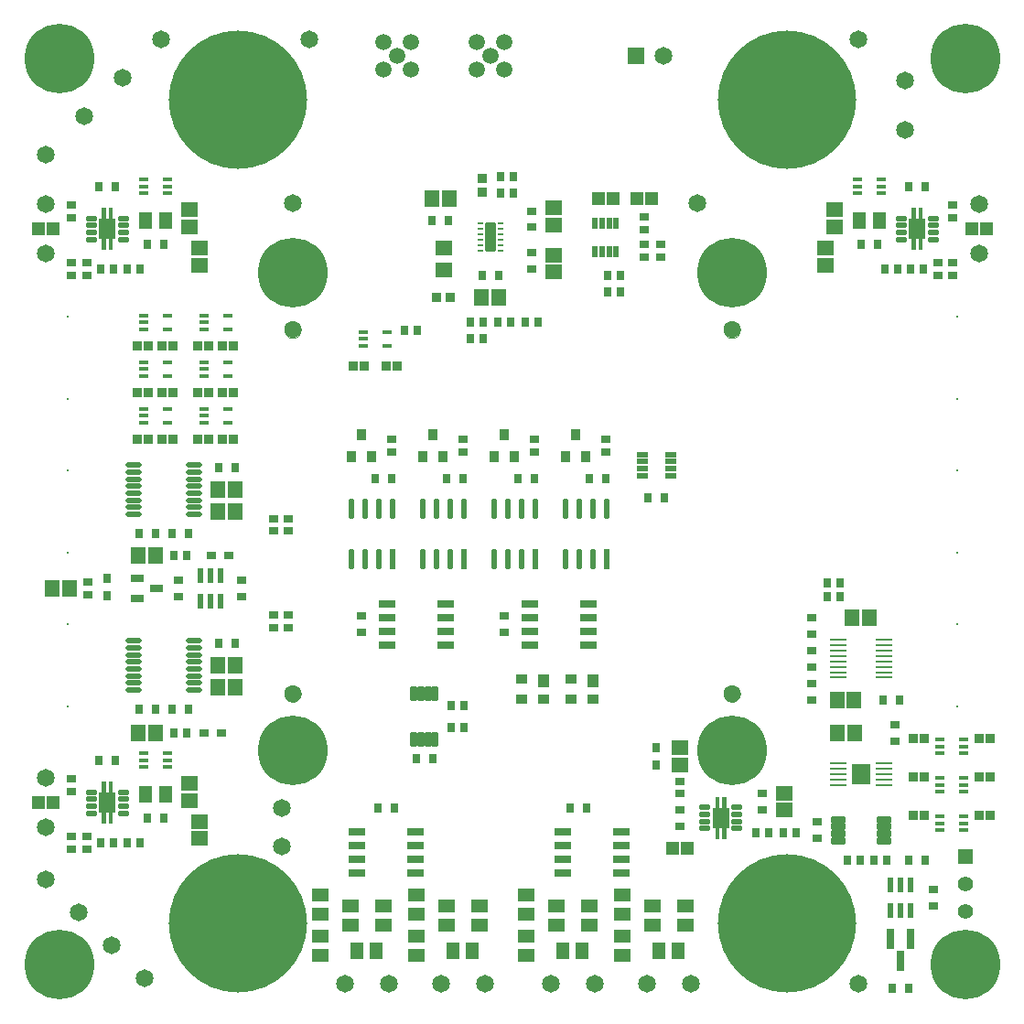
<source format=gbs>
G04*
G04 #@! TF.GenerationSoftware,Altium Limited,Altium Designer,21.6.4 (81)*
G04*
G04 Layer_Color=16711935*
%FSLAX25Y25*%
%MOIN*%
G70*
G04*
G04 #@! TF.SameCoordinates,FB766961-2115-4812-9BC3-E0D6EEC5A3F0*
G04*
G04*
G04 #@! TF.FilePolarity,Negative*
G04*
G01*
G75*
%ADD21R,0.03150X0.03543*%
%ADD22R,0.03543X0.03150*%
%ADD27R,0.02756X0.03740*%
G04:AMPARAMS|DCode=29|XSize=41.34mil|YSize=17.72mil|CornerRadius=1.95mil|HoleSize=0mil|Usage=FLASHONLY|Rotation=90.000|XOffset=0mil|YOffset=0mil|HoleType=Round|Shape=RoundedRectangle|*
%AMROUNDEDRECTD29*
21,1,0.04134,0.01382,0,0,90.0*
21,1,0.03744,0.01772,0,0,90.0*
1,1,0.00390,0.00691,0.01872*
1,1,0.00390,0.00691,-0.01872*
1,1,0.00390,-0.00691,-0.01872*
1,1,0.00390,-0.00691,0.01872*
%
%ADD29ROUNDEDRECTD29*%
%ADD35C,0.00000*%
%ADD40R,0.05512X0.06102*%
%ADD41R,0.03150X0.03740*%
%ADD42R,0.03740X0.03150*%
%ADD44R,0.05469X0.05469*%
%ADD45C,0.05469*%
%ADD46C,0.00787*%
%ADD47C,0.06312*%
%ADD48C,0.06496*%
%ADD49C,0.50394*%
%ADD50C,0.25394*%
%ADD51C,0.05894*%
%ADD52R,0.06496X0.06496*%
%ADD53C,0.01968*%
%ADD70R,0.02134X0.07378*%
G04:AMPARAMS|DCode=71|XSize=73.78mil|YSize=21.34mil|CornerRadius=10.67mil|HoleSize=0mil|Usage=FLASHONLY|Rotation=90.000|XOffset=0mil|YOffset=0mil|HoleType=Round|Shape=RoundedRectangle|*
%AMROUNDEDRECTD71*
21,1,0.07378,0.00000,0,0,90.0*
21,1,0.05244,0.02134,0,0,90.0*
1,1,0.02134,0.00000,0.02622*
1,1,0.02134,0.00000,-0.02622*
1,1,0.02134,0.00000,-0.02622*
1,1,0.02134,0.00000,0.02622*
%
%ADD71ROUNDEDRECTD71*%
%ADD75R,0.06065X0.00994*%
G04:AMPARAMS|DCode=76|XSize=60.65mil|YSize=9.94mil|CornerRadius=4.97mil|HoleSize=0mil|Usage=FLASHONLY|Rotation=0.000|XOffset=0mil|YOffset=0mil|HoleType=Round|Shape=RoundedRectangle|*
%AMROUNDEDRECTD76*
21,1,0.06065,0.00000,0,0,0.0*
21,1,0.05071,0.00994,0,0,0.0*
1,1,0.00994,0.02535,0.00000*
1,1,0.00994,-0.02535,0.00000*
1,1,0.00994,-0.02535,0.00000*
1,1,0.00994,0.02535,0.00000*
%
%ADD76ROUNDEDRECTD76*%
%ADD77R,0.03740X0.02756*%
%ADD80R,0.03543X0.01575*%
%ADD83R,0.02205X0.05236*%
G04:AMPARAMS|DCode=85|XSize=41.34mil|YSize=17.72mil|CornerRadius=1.95mil|HoleSize=0mil|Usage=FLASHONLY|Rotation=0.000|XOffset=0mil|YOffset=0mil|HoleType=Round|Shape=RoundedRectangle|*
%AMROUNDEDRECTD85*
21,1,0.04134,0.01382,0,0,0.0*
21,1,0.03744,0.01772,0,0,0.0*
1,1,0.00390,0.01872,-0.00691*
1,1,0.00390,-0.01872,-0.00691*
1,1,0.00390,-0.01872,0.00691*
1,1,0.00390,0.01872,0.00691*
%
%ADD85ROUNDEDRECTD85*%
%ADD86R,0.06614X0.07402*%
G04:AMPARAMS|DCode=87|XSize=19.68mil|YSize=9.84mil|CornerRadius=1.97mil|HoleSize=0mil|Usage=FLASHONLY|Rotation=180.000|XOffset=0mil|YOffset=0mil|HoleType=Round|Shape=RoundedRectangle|*
%AMROUNDEDRECTD87*
21,1,0.01968,0.00591,0,0,180.0*
21,1,0.01575,0.00984,0,0,180.0*
1,1,0.00394,-0.00787,0.00295*
1,1,0.00394,0.00787,0.00295*
1,1,0.00394,0.00787,-0.00295*
1,1,0.00394,-0.00787,-0.00295*
%
%ADD87ROUNDEDRECTD87*%
G04:AMPARAMS|DCode=88|XSize=39.37mil|YSize=104.33mil|CornerRadius=1.97mil|HoleSize=0mil|Usage=FLASHONLY|Rotation=180.000|XOffset=0mil|YOffset=0mil|HoleType=Round|Shape=RoundedRectangle|*
%AMROUNDEDRECTD88*
21,1,0.03937,0.10039,0,0,180.0*
21,1,0.03543,0.10433,0,0,180.0*
1,1,0.00394,-0.01772,0.05020*
1,1,0.00394,0.01772,0.05020*
1,1,0.00394,0.01772,-0.05020*
1,1,0.00394,-0.01772,-0.05020*
%
%ADD88ROUNDEDRECTD88*%
G04:AMPARAMS|DCode=98|XSize=61.02mil|YSize=23.62mil|CornerRadius=2.01mil|HoleSize=0mil|Usage=FLASHONLY|Rotation=180.000|XOffset=0mil|YOffset=0mil|HoleType=Round|Shape=RoundedRectangle|*
%AMROUNDEDRECTD98*
21,1,0.06102,0.01961,0,0,180.0*
21,1,0.05701,0.02362,0,0,180.0*
1,1,0.00402,-0.02850,0.00980*
1,1,0.00402,0.02850,0.00980*
1,1,0.00402,0.02850,-0.00980*
1,1,0.00402,-0.02850,-0.00980*
%
%ADD98ROUNDEDRECTD98*%
%ADD100R,0.03150X0.03543*%
%ADD101R,0.06102X0.05512*%
G04:AMPARAMS|DCode=102|XSize=26.72mil|YSize=54.28mil|CornerRadius=6.45mil|HoleSize=0mil|Usage=FLASHONLY|Rotation=180.000|XOffset=0mil|YOffset=0mil|HoleType=Round|Shape=RoundedRectangle|*
%AMROUNDEDRECTD102*
21,1,0.02672,0.04138,0,0,180.0*
21,1,0.01382,0.05428,0,0,180.0*
1,1,0.01290,-0.00691,0.02069*
1,1,0.01290,0.00691,0.02069*
1,1,0.01290,0.00691,-0.02069*
1,1,0.01290,-0.00691,-0.02069*
%
%ADD102ROUNDEDRECTD102*%
%ADD103R,0.03937X0.03543*%
%ADD104R,0.03937X0.05118*%
%ADD105R,0.03347X0.03740*%
%ADD106R,0.05118X0.02756*%
%ADD107R,0.03386X0.03228*%
%ADD108R,0.02756X0.07480*%
G04:AMPARAMS|DCode=109|XSize=26.72mil|YSize=54.28mil|CornerRadius=6.45mil|HoleSize=0mil|Usage=FLASHONLY|Rotation=90.000|XOffset=0mil|YOffset=0mil|HoleType=Round|Shape=RoundedRectangle|*
%AMROUNDEDRECTD109*
21,1,0.02672,0.04138,0,0,90.0*
21,1,0.01382,0.05428,0,0,90.0*
1,1,0.01290,0.02069,0.00691*
1,1,0.01290,0.02069,-0.00691*
1,1,0.01290,-0.02069,-0.00691*
1,1,0.01290,-0.02069,0.00691*
%
%ADD109ROUNDEDRECTD109*%
%ADD110R,0.03740X0.03347*%
%ADD111R,0.06496X0.05709*%
%ADD112R,0.04528X0.04528*%
%ADD113R,0.03543X0.03150*%
G04:AMPARAMS|DCode=114|XSize=17.72mil|YSize=37.4mil|CornerRadius=3.97mil|HoleSize=0mil|Usage=FLASHONLY|Rotation=90.000|XOffset=0mil|YOffset=0mil|HoleType=Round|Shape=RoundedRectangle|*
%AMROUNDEDRECTD114*
21,1,0.01772,0.02947,0,0,90.0*
21,1,0.00978,0.03740,0,0,90.0*
1,1,0.00793,0.01473,0.00489*
1,1,0.00793,0.01473,-0.00489*
1,1,0.00793,-0.01473,-0.00489*
1,1,0.00793,-0.01473,0.00489*
%
%ADD114ROUNDEDRECTD114*%
G04:AMPARAMS|DCode=115|XSize=72.84mil|YSize=62.99mil|CornerRadius=4.04mil|HoleSize=0mil|Usage=FLASHONLY|Rotation=90.000|XOffset=0mil|YOffset=0mil|HoleType=Round|Shape=RoundedRectangle|*
%AMROUNDEDRECTD115*
21,1,0.07284,0.05492,0,0,90.0*
21,1,0.06476,0.06299,0,0,90.0*
1,1,0.00807,0.02746,0.03238*
1,1,0.00807,0.02746,-0.03238*
1,1,0.00807,-0.02746,-0.03238*
1,1,0.00807,-0.02746,0.03238*
%
%ADD115ROUNDEDRECTD115*%
%ADD116R,0.04528X0.06102*%
%ADD117R,0.05906X0.04724*%
%ADD118R,0.04724X0.05906*%
%ADD119O,0.05906X0.01772*%
%ADD120R,0.03543X0.03937*%
G36*
X134369Y170749D02*
X134406Y170738D01*
X134441Y170720D01*
X134471Y170695D01*
X134495Y170665D01*
X134513Y170631D01*
X134525Y170594D01*
X134529Y170555D01*
Y166520D01*
X134525Y166481D01*
X134513Y166444D01*
X134495Y166410D01*
X134471Y166380D01*
X134441Y166355D01*
X134406Y166337D01*
X134369Y166326D01*
X134331Y166322D01*
X133228D01*
X133190Y166326D01*
X133153Y166337D01*
X133118Y166355D01*
X133089Y166380D01*
X133064Y166410D01*
X133046Y166444D01*
X133034Y166481D01*
X133030Y166520D01*
Y170555D01*
X133034Y170594D01*
X133046Y170631D01*
X133064Y170665D01*
X133089Y170695D01*
X133118Y170720D01*
X133153Y170738D01*
X133190Y170749D01*
X133228Y170753D01*
X134331D01*
X134369Y170749D01*
D02*
G37*
G36*
X131810D02*
X131847Y170738D01*
X131881Y170720D01*
X131912Y170695D01*
X131936Y170665D01*
X131954Y170631D01*
X131966Y170594D01*
X131969Y170555D01*
Y166520D01*
X131966Y166481D01*
X131954Y166444D01*
X131936Y166410D01*
X131912Y166380D01*
X131881Y166355D01*
X131847Y166337D01*
X131810Y166326D01*
X131772Y166322D01*
X130669D01*
X130631Y166326D01*
X130594Y166337D01*
X130559Y166355D01*
X130529Y166380D01*
X130505Y166410D01*
X130487Y166444D01*
X130475Y166481D01*
X130472Y166520D01*
Y170555D01*
X130475Y170594D01*
X130487Y170631D01*
X130505Y170665D01*
X130529Y170695D01*
X130559Y170720D01*
X130594Y170738D01*
X130631Y170749D01*
X130669Y170753D01*
X131772D01*
X131810Y170749D01*
D02*
G37*
G36*
Y181674D02*
X131847Y181663D01*
X131881Y181645D01*
X131912Y181620D01*
X131936Y181590D01*
X131954Y181556D01*
X131966Y181519D01*
X131969Y181480D01*
Y177445D01*
X131966Y177406D01*
X131954Y177369D01*
X131936Y177335D01*
X131912Y177305D01*
X131881Y177280D01*
X131847Y177262D01*
X131810Y177251D01*
X131772Y177247D01*
X130669D01*
X130631Y177251D01*
X130594Y177262D01*
X130559Y177280D01*
X130529Y177305D01*
X130505Y177335D01*
X130487Y177369D01*
X130475Y177406D01*
X130472Y177445D01*
Y181480D01*
X130475Y181519D01*
X130487Y181556D01*
X130505Y181590D01*
X130529Y181620D01*
X130559Y181645D01*
X130594Y181663D01*
X130631Y181674D01*
X130669Y181678D01*
X131772D01*
X131810Y181674D01*
D02*
G37*
G36*
X134369D02*
X134406Y181663D01*
X134441Y181645D01*
X134471Y181620D01*
X134495Y181590D01*
X134513Y181556D01*
X134525Y181519D01*
X134529Y181480D01*
Y177445D01*
X134525Y177406D01*
X134513Y177369D01*
X134495Y177335D01*
X134471Y177305D01*
X134441Y177280D01*
X134406Y177262D01*
X134369Y177251D01*
X134331Y177247D01*
X133228D01*
X133190Y177251D01*
X133153Y177262D01*
X133118Y177280D01*
X133089Y177305D01*
X133064Y177335D01*
X133046Y177369D01*
X133034Y177406D01*
X133030Y177445D01*
Y181480D01*
X133034Y181519D01*
X133046Y181556D01*
X133064Y181590D01*
X133089Y181620D01*
X133118Y181645D01*
X133153Y181663D01*
X133190Y181674D01*
X133228Y181678D01*
X134331D01*
X134369Y181674D01*
D02*
G37*
G36*
X131810Y379749D02*
X131847Y379738D01*
X131881Y379720D01*
X131912Y379695D01*
X131936Y379665D01*
X131954Y379631D01*
X131966Y379594D01*
X131969Y379555D01*
Y375520D01*
X131966Y375481D01*
X131954Y375444D01*
X131936Y375410D01*
X131912Y375380D01*
X131881Y375355D01*
X131847Y375337D01*
X131810Y375326D01*
X131772Y375322D01*
X130669D01*
X130631Y375326D01*
X130594Y375337D01*
X130559Y375355D01*
X130529Y375380D01*
X130505Y375410D01*
X130487Y375444D01*
X130475Y375481D01*
X130472Y375520D01*
Y379555D01*
X130475Y379594D01*
X130487Y379631D01*
X130505Y379665D01*
X130529Y379695D01*
X130559Y379720D01*
X130594Y379738D01*
X130631Y379749D01*
X130669Y379753D01*
X131772D01*
X131810Y379749D01*
D02*
G37*
G36*
X134369D02*
X134406Y379738D01*
X134441Y379720D01*
X134471Y379695D01*
X134495Y379665D01*
X134513Y379631D01*
X134525Y379594D01*
X134529Y379555D01*
Y375520D01*
X134525Y375481D01*
X134513Y375444D01*
X134495Y375410D01*
X134471Y375380D01*
X134441Y375355D01*
X134406Y375337D01*
X134369Y375326D01*
X134331Y375322D01*
X133228D01*
X133190Y375326D01*
X133153Y375337D01*
X133118Y375355D01*
X133089Y375380D01*
X133064Y375410D01*
X133046Y375444D01*
X133034Y375481D01*
X133030Y375520D01*
Y379555D01*
X133034Y379594D01*
X133046Y379631D01*
X133064Y379665D01*
X133089Y379695D01*
X133118Y379720D01*
X133153Y379738D01*
X133190Y379749D01*
X133228Y379753D01*
X134331D01*
X134369Y379749D01*
D02*
G37*
G36*
X131810Y390674D02*
X131847Y390663D01*
X131881Y390645D01*
X131912Y390620D01*
X131936Y390590D01*
X131954Y390556D01*
X131966Y390519D01*
X131969Y390480D01*
Y386445D01*
X131966Y386406D01*
X131954Y386369D01*
X131936Y386335D01*
X131912Y386305D01*
X131881Y386280D01*
X131847Y386262D01*
X131810Y386251D01*
X131772Y386247D01*
X130669D01*
X130631Y386251D01*
X130594Y386262D01*
X130559Y386280D01*
X130529Y386305D01*
X130505Y386335D01*
X130487Y386369D01*
X130475Y386406D01*
X130472Y386445D01*
Y390480D01*
X130475Y390519D01*
X130487Y390556D01*
X130505Y390590D01*
X130529Y390620D01*
X130559Y390645D01*
X130594Y390663D01*
X130631Y390674D01*
X130669Y390678D01*
X131772D01*
X131810Y390674D01*
D02*
G37*
G36*
X134369D02*
X134406Y390663D01*
X134441Y390645D01*
X134471Y390620D01*
X134495Y390590D01*
X134513Y390556D01*
X134525Y390519D01*
X134529Y390480D01*
Y386445D01*
X134525Y386406D01*
X134513Y386369D01*
X134495Y386335D01*
X134471Y386305D01*
X134441Y386280D01*
X134406Y386262D01*
X134369Y386251D01*
X134331Y386247D01*
X133228D01*
X133190Y386251D01*
X133153Y386262D01*
X133118Y386280D01*
X133089Y386305D01*
X133064Y386335D01*
X133046Y386369D01*
X133034Y386406D01*
X133030Y386445D01*
Y390480D01*
X133034Y390519D01*
X133046Y390556D01*
X133064Y390590D01*
X133089Y390620D01*
X133118Y390645D01*
X133153Y390663D01*
X133190Y390674D01*
X133228Y390678D01*
X134331D01*
X134369Y390674D01*
D02*
G37*
G36*
X355310Y165249D02*
X355347Y165238D01*
X355381Y165220D01*
X355412Y165195D01*
X355436Y165165D01*
X355454Y165131D01*
X355466Y165094D01*
X355469Y165055D01*
Y161020D01*
X355466Y160981D01*
X355454Y160944D01*
X355436Y160910D01*
X355412Y160880D01*
X355381Y160855D01*
X355347Y160837D01*
X355310Y160826D01*
X355272Y160822D01*
X354169D01*
X354131Y160826D01*
X354094Y160837D01*
X354059Y160855D01*
X354029Y160880D01*
X354005Y160910D01*
X353987Y160944D01*
X353975Y160981D01*
X353972Y161020D01*
Y165055D01*
X353975Y165094D01*
X353987Y165131D01*
X354005Y165165D01*
X354029Y165195D01*
X354059Y165220D01*
X354094Y165238D01*
X354131Y165249D01*
X354169Y165253D01*
X355272D01*
X355310Y165249D01*
D02*
G37*
G36*
X357869D02*
X357906Y165238D01*
X357941Y165220D01*
X357971Y165195D01*
X357995Y165165D01*
X358014Y165131D01*
X358025Y165094D01*
X358029Y165055D01*
Y161020D01*
X358025Y160981D01*
X358014Y160944D01*
X357995Y160910D01*
X357971Y160880D01*
X357941Y160855D01*
X357906Y160837D01*
X357869Y160826D01*
X357831Y160822D01*
X356728D01*
X356690Y160826D01*
X356653Y160837D01*
X356618Y160855D01*
X356589Y160880D01*
X356564Y160910D01*
X356546Y160944D01*
X356534Y160981D01*
X356530Y161020D01*
Y165055D01*
X356534Y165094D01*
X356546Y165131D01*
X356564Y165165D01*
X356589Y165195D01*
X356618Y165220D01*
X356653Y165238D01*
X356690Y165249D01*
X356728Y165253D01*
X357831D01*
X357869Y165249D01*
D02*
G37*
G36*
Y176174D02*
X357906Y176163D01*
X357941Y176145D01*
X357971Y176120D01*
X357995Y176090D01*
X358014Y176056D01*
X358025Y176019D01*
X358029Y175980D01*
Y171945D01*
X358025Y171906D01*
X358014Y171869D01*
X357995Y171835D01*
X357971Y171805D01*
X357941Y171780D01*
X357906Y171762D01*
X357869Y171751D01*
X357831Y171747D01*
X356728D01*
X356690Y171751D01*
X356653Y171762D01*
X356618Y171780D01*
X356589Y171805D01*
X356564Y171835D01*
X356546Y171869D01*
X356534Y171906D01*
X356530Y171945D01*
Y175980D01*
X356534Y176019D01*
X356546Y176056D01*
X356564Y176090D01*
X356589Y176120D01*
X356618Y176145D01*
X356653Y176163D01*
X356690Y176174D01*
X356728Y176178D01*
X357831D01*
X357869Y176174D01*
D02*
G37*
G36*
X355310D02*
X355347Y176163D01*
X355381Y176145D01*
X355412Y176120D01*
X355436Y176090D01*
X355454Y176056D01*
X355466Y176019D01*
X355469Y175980D01*
Y171945D01*
X355466Y171906D01*
X355454Y171869D01*
X355436Y171835D01*
X355412Y171805D01*
X355381Y171780D01*
X355347Y171762D01*
X355310Y171751D01*
X355272Y171747D01*
X354169D01*
X354131Y171751D01*
X354094Y171762D01*
X354059Y171780D01*
X354029Y171805D01*
X354005Y171835D01*
X353987Y171869D01*
X353975Y171906D01*
X353972Y171945D01*
Y175980D01*
X353975Y176019D01*
X353987Y176056D01*
X354005Y176090D01*
X354029Y176120D01*
X354059Y176145D01*
X354094Y176163D01*
X354131Y176174D01*
X354169Y176178D01*
X355272D01*
X355310Y176174D01*
D02*
G37*
G36*
X429369Y379749D02*
X429406Y379738D01*
X429441Y379720D01*
X429471Y379695D01*
X429495Y379665D01*
X429514Y379631D01*
X429525Y379594D01*
X429529Y379555D01*
Y375520D01*
X429525Y375481D01*
X429514Y375444D01*
X429495Y375410D01*
X429471Y375380D01*
X429441Y375355D01*
X429406Y375337D01*
X429369Y375326D01*
X429331Y375322D01*
X428228D01*
X428190Y375326D01*
X428153Y375337D01*
X428119Y375355D01*
X428089Y375380D01*
X428064Y375410D01*
X428046Y375444D01*
X428034Y375481D01*
X428031Y375520D01*
Y379555D01*
X428034Y379594D01*
X428046Y379631D01*
X428064Y379665D01*
X428089Y379695D01*
X428119Y379720D01*
X428153Y379738D01*
X428190Y379749D01*
X428228Y379753D01*
X429331D01*
X429369Y379749D01*
D02*
G37*
G36*
X426810D02*
X426847Y379738D01*
X426882Y379720D01*
X426911Y379695D01*
X426936Y379665D01*
X426954Y379631D01*
X426966Y379594D01*
X426969Y379555D01*
Y375520D01*
X426966Y375481D01*
X426954Y375444D01*
X426936Y375410D01*
X426911Y375380D01*
X426882Y375355D01*
X426847Y375337D01*
X426810Y375326D01*
X426772Y375322D01*
X425669D01*
X425631Y375326D01*
X425594Y375337D01*
X425559Y375355D01*
X425529Y375380D01*
X425505Y375410D01*
X425487Y375444D01*
X425475Y375481D01*
X425471Y375520D01*
Y379555D01*
X425475Y379594D01*
X425487Y379631D01*
X425505Y379665D01*
X425529Y379695D01*
X425559Y379720D01*
X425594Y379738D01*
X425631Y379749D01*
X425669Y379753D01*
X426772D01*
X426810Y379749D01*
D02*
G37*
G36*
X429369Y390674D02*
X429406Y390663D01*
X429441Y390645D01*
X429471Y390620D01*
X429495Y390590D01*
X429514Y390556D01*
X429525Y390519D01*
X429529Y390480D01*
Y386445D01*
X429525Y386406D01*
X429514Y386369D01*
X429495Y386335D01*
X429471Y386305D01*
X429441Y386280D01*
X429406Y386262D01*
X429369Y386251D01*
X429331Y386247D01*
X428228D01*
X428190Y386251D01*
X428153Y386262D01*
X428119Y386280D01*
X428089Y386305D01*
X428064Y386335D01*
X428046Y386369D01*
X428034Y386406D01*
X428031Y386445D01*
Y390480D01*
X428034Y390519D01*
X428046Y390556D01*
X428064Y390590D01*
X428089Y390620D01*
X428119Y390645D01*
X428153Y390663D01*
X428190Y390674D01*
X428228Y390678D01*
X429331D01*
X429369Y390674D01*
D02*
G37*
G36*
X426810D02*
X426847Y390663D01*
X426882Y390645D01*
X426911Y390620D01*
X426936Y390590D01*
X426954Y390556D01*
X426966Y390519D01*
X426969Y390480D01*
Y386445D01*
X426966Y386406D01*
X426954Y386369D01*
X426936Y386335D01*
X426911Y386305D01*
X426882Y386280D01*
X426847Y386262D01*
X426810Y386251D01*
X426772Y386247D01*
X425669D01*
X425631Y386251D01*
X425594Y386262D01*
X425559Y386280D01*
X425529Y386305D01*
X425505Y386335D01*
X425487Y386369D01*
X425475Y386406D01*
X425471Y386445D01*
Y390480D01*
X425475Y390519D01*
X425487Y390556D01*
X425505Y390590D01*
X425529Y390620D01*
X425559Y390645D01*
X425594Y390663D01*
X425631Y390674D01*
X425669Y390678D01*
X426772D01*
X426810Y390674D01*
D02*
G37*
D21*
X301047Y172000D02*
D03*
X306953D02*
D03*
X245047Y190000D02*
D03*
X250953D02*
D03*
X420953Y211500D02*
D03*
X415047D02*
D03*
X424453Y106500D02*
D03*
X418547D02*
D03*
X430453Y153000D02*
D03*
X424547D02*
D03*
X329547Y285000D02*
D03*
X335453D02*
D03*
X256753Y386000D02*
D03*
X250847D02*
D03*
X274953Y366000D02*
D03*
X269047D02*
D03*
X147047Y377500D02*
D03*
X152953D02*
D03*
X135453Y398500D02*
D03*
X129547D02*
D03*
X236953Y172000D02*
D03*
X231047D02*
D03*
X144047Y272000D02*
D03*
X149953D02*
D03*
X178953Y296000D02*
D03*
X173047D02*
D03*
X161953Y272000D02*
D03*
X156047D02*
D03*
X230047Y292000D02*
D03*
X235953D02*
D03*
X256047D02*
D03*
X261953D02*
D03*
X308047D02*
D03*
X313953D02*
D03*
X282047D02*
D03*
X287953D02*
D03*
X161953Y208000D02*
D03*
X156047D02*
D03*
X178953Y232000D02*
D03*
X173047D02*
D03*
X144047Y208000D02*
D03*
X149953D02*
D03*
X430453Y398500D02*
D03*
X424547D02*
D03*
X407047Y377500D02*
D03*
X412953D02*
D03*
X152953Y168500D02*
D03*
X147047D02*
D03*
X129547Y189500D02*
D03*
X135453D02*
D03*
D22*
X389000Y217453D02*
D03*
Y211547D02*
D03*
Y229453D02*
D03*
Y223547D02*
D03*
Y241453D02*
D03*
Y235547D02*
D03*
X158500Y249047D02*
D03*
Y254953D02*
D03*
X371000Y177358D02*
D03*
Y171453D02*
D03*
X433500Y142453D02*
D03*
Y136547D02*
D03*
X391000Y167000D02*
D03*
Y161094D02*
D03*
X419500Y202453D02*
D03*
Y196547D02*
D03*
X287000Y383638D02*
D03*
Y389543D02*
D03*
Y374362D02*
D03*
Y368457D02*
D03*
X181500Y249047D02*
D03*
Y254953D02*
D03*
X225000Y236047D02*
D03*
Y241953D02*
D03*
X277000D02*
D03*
Y236047D02*
D03*
X341000Y171453D02*
D03*
Y165547D02*
D03*
D27*
X132500Y249252D02*
D03*
Y255748D02*
D03*
X332500Y194248D02*
D03*
Y187752D02*
D03*
D29*
X317839Y374882D02*
D03*
X315280D02*
D03*
X312720D02*
D03*
X310161D02*
D03*
Y385118D02*
D03*
X312720D02*
D03*
X315280D02*
D03*
X317839D02*
D03*
D35*
X362957Y213748D02*
X362797Y214708D01*
X362333Y215564D01*
X361617Y216224D01*
X360726Y216615D01*
X359756Y216695D01*
X358812Y216456D01*
X357997Y215924D01*
X357399Y215155D01*
X357083Y214235D01*
Y213261D01*
X357399Y212341D01*
X357997Y211573D01*
X358812Y211040D01*
X359756Y210801D01*
X360726Y210881D01*
X361617Y211273D01*
X362333Y211932D01*
X362797Y212788D01*
X362957Y213748D01*
Y346252D02*
X362797Y347212D01*
X362333Y348068D01*
X361617Y348727D01*
X360726Y349118D01*
X359756Y349199D01*
X358812Y348960D01*
X357997Y348428D01*
X357399Y347659D01*
X357083Y346739D01*
Y345765D01*
X357399Y344845D01*
X357997Y344076D01*
X358812Y343544D01*
X359756Y343305D01*
X360726Y343386D01*
X361617Y343776D01*
X362333Y344436D01*
X362797Y345292D01*
X362957Y346252D01*
X202957D02*
X202797Y347212D01*
X202333Y348068D01*
X201617Y348727D01*
X200726Y349118D01*
X199756Y349199D01*
X198812Y348960D01*
X197997Y348428D01*
X197399Y347659D01*
X197083Y346739D01*
Y345765D01*
X197399Y344845D01*
X197997Y344076D01*
X198812Y343544D01*
X199756Y343305D01*
X200726Y343386D01*
X201617Y343776D01*
X202333Y344436D01*
X202797Y345292D01*
X202957Y346252D01*
Y213748D02*
X202797Y214708D01*
X202333Y215564D01*
X201617Y216224D01*
X200726Y216615D01*
X199756Y216695D01*
X198812Y216456D01*
X197997Y215924D01*
X197399Y215155D01*
X197083Y214235D01*
Y213261D01*
X197399Y212341D01*
X197997Y211573D01*
X198812Y211040D01*
X199756Y210801D01*
X200726Y210881D01*
X201617Y211273D01*
X202333Y211932D01*
X202797Y212788D01*
X202957Y213748D01*
D40*
X404559Y211500D02*
D03*
X398260D02*
D03*
X403850Y241500D02*
D03*
X410150D02*
D03*
X398350Y199500D02*
D03*
X404650D02*
D03*
X172850Y280000D02*
D03*
X179150D02*
D03*
X256950Y394000D02*
D03*
X250650D02*
D03*
X275150Y358000D02*
D03*
X268850D02*
D03*
X143850Y264000D02*
D03*
X150150D02*
D03*
X143850Y199500D02*
D03*
X150150D02*
D03*
X179150Y288000D02*
D03*
X172850D02*
D03*
X112350Y252000D02*
D03*
X118650D02*
D03*
X179150Y216000D02*
D03*
X172850D02*
D03*
X179150Y224000D02*
D03*
X172850D02*
D03*
D41*
X399264Y249000D02*
D03*
X394736D02*
D03*
X257736Y209500D02*
D03*
X262264D02*
D03*
X257736Y201500D02*
D03*
X262264D02*
D03*
X406764Y153000D02*
D03*
X402236D02*
D03*
X416264D02*
D03*
X411736D02*
D03*
X368736Y163000D02*
D03*
X373264D02*
D03*
X399264Y254000D02*
D03*
X394736D02*
D03*
X425236Y368500D02*
D03*
X429764D02*
D03*
X420264D02*
D03*
X415736D02*
D03*
X130236Y159500D02*
D03*
X134764D02*
D03*
X144264D02*
D03*
X139736D02*
D03*
X144264Y368500D02*
D03*
X139736D02*
D03*
X130236D02*
D03*
X134764D02*
D03*
X240736Y346000D02*
D03*
X245264D02*
D03*
X156736Y199500D02*
D03*
X161264D02*
D03*
X156736Y264000D02*
D03*
X161264D02*
D03*
X383264Y163000D02*
D03*
X378736D02*
D03*
D42*
X341000Y181854D02*
D03*
Y177327D02*
D03*
X125500Y249736D02*
D03*
Y254264D02*
D03*
X334000Y377264D02*
D03*
Y372736D02*
D03*
X328000Y387264D02*
D03*
Y382736D02*
D03*
X435000Y366236D02*
D03*
Y370764D02*
D03*
X440500D02*
D03*
Y366236D02*
D03*
X125000Y161764D02*
D03*
Y157236D02*
D03*
X119500D02*
D03*
Y161764D02*
D03*
Y387236D02*
D03*
Y391764D02*
D03*
Y366236D02*
D03*
Y370764D02*
D03*
X125000D02*
D03*
Y366236D02*
D03*
X198500Y237736D02*
D03*
Y242264D02*
D03*
X193000Y237736D02*
D03*
Y242264D02*
D03*
X198500Y277500D02*
D03*
Y272972D02*
D03*
X193000Y277500D02*
D03*
Y272972D02*
D03*
X236000Y301736D02*
D03*
Y306264D02*
D03*
X262000Y301736D02*
D03*
Y306264D02*
D03*
X314000Y301736D02*
D03*
Y306264D02*
D03*
X288000Y301736D02*
D03*
Y306264D02*
D03*
X440500Y391764D02*
D03*
Y387236D02*
D03*
X119500Y182764D02*
D03*
Y178236D02*
D03*
D44*
X445000Y154500D02*
D03*
D45*
Y144500D02*
D03*
Y134500D02*
D03*
D46*
X441988Y351000D02*
D03*
Y321000D02*
D03*
X118000Y209000D02*
D03*
Y239000D02*
D03*
Y265000D02*
D03*
Y295000D02*
D03*
Y321000D02*
D03*
Y351000D02*
D03*
X442000Y239000D02*
D03*
Y209000D02*
D03*
Y265000D02*
D03*
Y295000D02*
D03*
D47*
X360000Y213748D02*
D03*
Y346252D02*
D03*
X200000D02*
D03*
Y213748D02*
D03*
D48*
X124000Y424000D02*
D03*
X138000Y438000D02*
D03*
X110000Y410000D02*
D03*
X152000Y452000D02*
D03*
X110000Y374000D02*
D03*
Y392000D02*
D03*
X235000Y108000D02*
D03*
X219000D02*
D03*
X270000D02*
D03*
X254000D02*
D03*
X310000D02*
D03*
X294000D02*
D03*
X345000D02*
D03*
X329000D02*
D03*
X196000Y158000D02*
D03*
X110000Y165000D02*
D03*
Y183000D02*
D03*
X347500Y392500D02*
D03*
X200000D02*
D03*
X406000Y452000D02*
D03*
X206000D02*
D03*
X406000Y108000D02*
D03*
X450000Y374000D02*
D03*
Y392000D02*
D03*
X423000Y437000D02*
D03*
Y419000D02*
D03*
X335000Y446000D02*
D03*
X196000Y172000D02*
D03*
X146000Y110000D02*
D03*
X134000Y122000D02*
D03*
X122000Y134000D02*
D03*
X110000Y146000D02*
D03*
D49*
X380000Y130000D02*
D03*
X180000D02*
D03*
Y430000D02*
D03*
X380000D02*
D03*
D50*
X115000Y115000D02*
D03*
X445000D02*
D03*
Y445000D02*
D03*
X115000D02*
D03*
X200000Y193000D02*
D03*
X360000D02*
D03*
Y367000D02*
D03*
X200000D02*
D03*
D51*
X277000Y451000D02*
D03*
Y441000D02*
D03*
X267000D02*
D03*
Y451000D02*
D03*
X272000Y446000D02*
D03*
X243000Y451000D02*
D03*
Y441000D02*
D03*
X233000D02*
D03*
Y451000D02*
D03*
X238000Y446000D02*
D03*
D52*
X325000D02*
D03*
D53*
X272000Y384232D02*
D03*
Y380000D02*
D03*
Y375768D02*
D03*
D70*
X288500Y262882D02*
D03*
X236500D02*
D03*
X262500D02*
D03*
X314500D02*
D03*
D71*
X283500D02*
D03*
X278500D02*
D03*
X273500D02*
D03*
Y281118D02*
D03*
X278500D02*
D03*
X283500D02*
D03*
X288500D02*
D03*
X236500D02*
D03*
X231500D02*
D03*
X226500D02*
D03*
X221500D02*
D03*
Y262882D02*
D03*
X226500D02*
D03*
X231500D02*
D03*
X262500Y281118D02*
D03*
X257500D02*
D03*
X252500D02*
D03*
X247500D02*
D03*
Y262882D02*
D03*
X252500D02*
D03*
X257500D02*
D03*
X314500Y281118D02*
D03*
X309500D02*
D03*
X304500D02*
D03*
X299500D02*
D03*
Y262882D02*
D03*
X304500D02*
D03*
X309500D02*
D03*
D75*
X398693Y219610D02*
D03*
Y180563D02*
D03*
D76*
Y221579D02*
D03*
Y223547D02*
D03*
Y225516D02*
D03*
Y227484D02*
D03*
Y229453D02*
D03*
Y231421D02*
D03*
Y233390D02*
D03*
X415307D02*
D03*
Y231421D02*
D03*
Y229453D02*
D03*
Y227484D02*
D03*
Y225516D02*
D03*
Y223547D02*
D03*
Y221579D02*
D03*
Y219610D02*
D03*
Y180563D02*
D03*
Y182531D02*
D03*
Y184500D02*
D03*
Y186469D02*
D03*
Y188437D02*
D03*
X398693D02*
D03*
Y186469D02*
D03*
Y184500D02*
D03*
Y182531D02*
D03*
D77*
X176748Y264000D02*
D03*
X170252D02*
D03*
X167752Y199500D02*
D03*
X174248D02*
D03*
D80*
X435669Y183091D02*
D03*
Y180532D02*
D03*
Y177972D02*
D03*
X444331D02*
D03*
Y180532D02*
D03*
Y183091D02*
D03*
X435669Y197059D02*
D03*
Y194500D02*
D03*
Y191941D02*
D03*
X444331D02*
D03*
Y194500D02*
D03*
Y197059D02*
D03*
X435669Y169059D02*
D03*
Y166500D02*
D03*
Y163941D02*
D03*
X444331D02*
D03*
Y166500D02*
D03*
Y169059D02*
D03*
X145669Y401059D02*
D03*
Y398500D02*
D03*
Y395941D02*
D03*
X154331D02*
D03*
Y398500D02*
D03*
Y401059D02*
D03*
X234331Y340441D02*
D03*
Y345559D02*
D03*
X225669D02*
D03*
Y343000D02*
D03*
Y340441D02*
D03*
X176331Y346441D02*
D03*
Y351559D02*
D03*
X167669D02*
D03*
Y349000D02*
D03*
Y346441D02*
D03*
X154331Y329441D02*
D03*
Y334559D02*
D03*
X145669D02*
D03*
Y332000D02*
D03*
Y329441D02*
D03*
X154331Y312441D02*
D03*
Y317559D02*
D03*
X145669D02*
D03*
Y315000D02*
D03*
Y312441D02*
D03*
X176331Y329441D02*
D03*
Y334559D02*
D03*
X167669D02*
D03*
Y332000D02*
D03*
Y329441D02*
D03*
X176331Y312441D02*
D03*
Y317559D02*
D03*
X167669D02*
D03*
Y315000D02*
D03*
Y312441D02*
D03*
X154331Y346441D02*
D03*
Y351559D02*
D03*
X145669D02*
D03*
Y349000D02*
D03*
Y346441D02*
D03*
X405669Y401059D02*
D03*
Y398500D02*
D03*
Y395941D02*
D03*
X414331D02*
D03*
Y398500D02*
D03*
Y401059D02*
D03*
X154331Y192059D02*
D03*
Y189500D02*
D03*
Y186941D02*
D03*
X145669D02*
D03*
Y189500D02*
D03*
Y192059D02*
D03*
D83*
X425240Y144224D02*
D03*
X421500D02*
D03*
X417760D02*
D03*
Y134776D02*
D03*
X421500D02*
D03*
X425240D02*
D03*
X173740Y247276D02*
D03*
X170000D02*
D03*
X166260D02*
D03*
Y256724D02*
D03*
X170000D02*
D03*
X173740D02*
D03*
D85*
X327382Y293161D02*
D03*
Y295721D02*
D03*
Y298280D02*
D03*
Y300839D02*
D03*
X337618D02*
D03*
Y298280D02*
D03*
Y295721D02*
D03*
Y293161D02*
D03*
D86*
X407000Y184500D02*
D03*
D87*
X275740Y384921D02*
D03*
Y382953D02*
D03*
Y380984D02*
D03*
Y379016D02*
D03*
Y377047D02*
D03*
Y375079D02*
D03*
X268260D02*
D03*
Y377047D02*
D03*
Y379016D02*
D03*
Y380984D02*
D03*
Y382953D02*
D03*
Y384921D02*
D03*
D88*
X272000Y380000D02*
D03*
D98*
X223370Y163500D02*
D03*
Y158500D02*
D03*
Y153500D02*
D03*
Y148500D02*
D03*
X244630D02*
D03*
Y153500D02*
D03*
Y158500D02*
D03*
Y163500D02*
D03*
X298370D02*
D03*
Y158500D02*
D03*
Y153500D02*
D03*
Y148500D02*
D03*
X319630D02*
D03*
Y153500D02*
D03*
Y158500D02*
D03*
Y163500D02*
D03*
X307630Y246500D02*
D03*
Y241500D02*
D03*
Y236500D02*
D03*
Y231500D02*
D03*
X286370D02*
D03*
Y236500D02*
D03*
Y241500D02*
D03*
Y246500D02*
D03*
X234370D02*
D03*
Y241500D02*
D03*
Y236500D02*
D03*
Y231500D02*
D03*
X255630D02*
D03*
Y236500D02*
D03*
Y241500D02*
D03*
Y246500D02*
D03*
D100*
X264638Y343000D02*
D03*
X269362D02*
D03*
X289362Y349000D02*
D03*
X284638D02*
D03*
X280362Y396000D02*
D03*
X275638D02*
D03*
X275638Y402000D02*
D03*
X280362D02*
D03*
X264638Y349000D02*
D03*
X269362D02*
D03*
X274638D02*
D03*
X279362D02*
D03*
X314638Y360000D02*
D03*
X319362D02*
D03*
X319362Y366000D02*
D03*
X314638D02*
D03*
D101*
X341000Y187850D02*
D03*
Y194150D02*
D03*
X166000Y167240D02*
D03*
Y160941D02*
D03*
X394000Y376150D02*
D03*
Y369850D02*
D03*
X379000Y177555D02*
D03*
Y171256D02*
D03*
X166000Y369760D02*
D03*
Y376059D02*
D03*
X295000Y373559D02*
D03*
Y367260D02*
D03*
Y384441D02*
D03*
Y390740D02*
D03*
X397500Y390150D02*
D03*
Y383850D02*
D03*
X162500Y181150D02*
D03*
Y174850D02*
D03*
Y390150D02*
D03*
Y383850D02*
D03*
D102*
X251839Y197134D02*
D03*
X249279D02*
D03*
X246721D02*
D03*
X244161D02*
D03*
X251839Y213866D02*
D03*
X249279D02*
D03*
X246721D02*
D03*
X244161D02*
D03*
D103*
X283563Y219240D02*
D03*
Y211760D02*
D03*
X291437D02*
D03*
X309437D02*
D03*
X301563D02*
D03*
Y219240D02*
D03*
D104*
X291437Y218453D02*
D03*
X309437D02*
D03*
D105*
X257559Y358000D02*
D03*
X252441D02*
D03*
D106*
X150543Y252000D02*
D03*
X143457Y255740D02*
D03*
Y248260D02*
D03*
D107*
X426071Y197500D02*
D03*
X429929D02*
D03*
X453929Y183563D02*
D03*
X450071D02*
D03*
X426071D02*
D03*
X429929D02*
D03*
X453929Y197500D02*
D03*
X450071D02*
D03*
X426071Y169500D02*
D03*
X429929D02*
D03*
X453929D02*
D03*
X450071D02*
D03*
X222071Y333000D02*
D03*
X225929D02*
D03*
X234071D02*
D03*
X237929D02*
D03*
X178429Y306500D02*
D03*
X174571D02*
D03*
X169429D02*
D03*
X165571D02*
D03*
X156429D02*
D03*
X152571D02*
D03*
X147429D02*
D03*
X143571D02*
D03*
X147429Y340500D02*
D03*
X143571D02*
D03*
X147429Y323500D02*
D03*
X143571D02*
D03*
X169429D02*
D03*
X165571D02*
D03*
X156429D02*
D03*
X152571D02*
D03*
X178429D02*
D03*
X174571D02*
D03*
X178429Y340500D02*
D03*
X174571D02*
D03*
X169429D02*
D03*
X165571D02*
D03*
X156429D02*
D03*
X152571D02*
D03*
D108*
X417760Y124331D02*
D03*
X425240D02*
D03*
X421500Y116457D02*
D03*
D109*
X415366Y167839D02*
D03*
Y165279D02*
D03*
Y162721D02*
D03*
Y160161D02*
D03*
X398634Y167839D02*
D03*
Y165279D02*
D03*
Y162721D02*
D03*
Y160161D02*
D03*
D110*
X269000Y401559D02*
D03*
Y396441D02*
D03*
D111*
X255000Y368063D02*
D03*
Y375937D02*
D03*
D112*
X330658Y394000D02*
D03*
X325342D02*
D03*
X311343D02*
D03*
X316657D02*
D03*
X112657Y383000D02*
D03*
X107343D02*
D03*
X338342Y157500D02*
D03*
X343657D02*
D03*
X452658Y383000D02*
D03*
X447342D02*
D03*
X107343Y174000D02*
D03*
X112657D02*
D03*
D113*
X328000Y377362D02*
D03*
Y372638D02*
D03*
D114*
X138307Y386839D02*
D03*
Y384279D02*
D03*
Y381720D02*
D03*
Y379161D02*
D03*
X126693Y386839D02*
D03*
Y384279D02*
D03*
Y381720D02*
D03*
Y379161D02*
D03*
X350193Y164661D02*
D03*
Y167220D02*
D03*
Y169780D02*
D03*
Y172339D02*
D03*
X361807Y164661D02*
D03*
Y167220D02*
D03*
Y169780D02*
D03*
Y172339D02*
D03*
X433307Y379161D02*
D03*
Y381720D02*
D03*
Y384279D02*
D03*
Y386839D02*
D03*
X421693Y379161D02*
D03*
Y381720D02*
D03*
Y384279D02*
D03*
Y386839D02*
D03*
X126693Y170161D02*
D03*
Y172721D02*
D03*
Y175279D02*
D03*
Y177839D02*
D03*
X138307Y170161D02*
D03*
Y172721D02*
D03*
Y175279D02*
D03*
Y177839D02*
D03*
D115*
X132500Y383000D02*
D03*
X356000Y168500D02*
D03*
X427500Y383000D02*
D03*
X132500Y174000D02*
D03*
D116*
X146358Y386000D02*
D03*
X153642D02*
D03*
X406358D02*
D03*
X413642D02*
D03*
X153642Y177000D02*
D03*
X146358D02*
D03*
D117*
X210000Y133555D02*
D03*
Y140445D02*
D03*
Y118555D02*
D03*
Y125445D02*
D03*
X245000Y118555D02*
D03*
Y125445D02*
D03*
Y133555D02*
D03*
Y140445D02*
D03*
X221000Y129555D02*
D03*
Y136445D02*
D03*
X233000D02*
D03*
Y129555D02*
D03*
X256000D02*
D03*
Y136445D02*
D03*
X268000D02*
D03*
Y129555D02*
D03*
X285000Y118555D02*
D03*
Y125445D02*
D03*
Y133555D02*
D03*
Y140445D02*
D03*
X320000Y118555D02*
D03*
Y125445D02*
D03*
Y133555D02*
D03*
Y140445D02*
D03*
X296000Y129555D02*
D03*
Y136445D02*
D03*
X308000D02*
D03*
Y129555D02*
D03*
X331000D02*
D03*
Y136445D02*
D03*
X343000D02*
D03*
Y129555D02*
D03*
D118*
X223555Y120000D02*
D03*
X230445D02*
D03*
X258555D02*
D03*
X265445D02*
D03*
X298555D02*
D03*
X305445D02*
D03*
X333555D02*
D03*
X340445D02*
D03*
D119*
X164024Y296957D02*
D03*
Y294398D02*
D03*
Y291839D02*
D03*
Y289280D02*
D03*
Y286720D02*
D03*
Y284161D02*
D03*
Y281602D02*
D03*
Y279043D02*
D03*
X141976Y296957D02*
D03*
Y294398D02*
D03*
Y291839D02*
D03*
Y289280D02*
D03*
Y286720D02*
D03*
Y284161D02*
D03*
Y281602D02*
D03*
Y279043D02*
D03*
X164024Y232957D02*
D03*
Y230398D02*
D03*
Y227839D02*
D03*
Y225279D02*
D03*
Y222721D02*
D03*
Y220161D02*
D03*
Y217602D02*
D03*
Y215043D02*
D03*
X141976Y232957D02*
D03*
Y230398D02*
D03*
Y227839D02*
D03*
Y225279D02*
D03*
Y222721D02*
D03*
Y220161D02*
D03*
Y217602D02*
D03*
Y215043D02*
D03*
D120*
X228740Y300063D02*
D03*
X221260D02*
D03*
X225000Y307937D02*
D03*
X254740Y300063D02*
D03*
X247260D02*
D03*
X251000Y307937D02*
D03*
X306740Y300063D02*
D03*
X299260D02*
D03*
X303000Y307937D02*
D03*
X280740Y300063D02*
D03*
X273260D02*
D03*
X277000Y307937D02*
D03*
M02*

</source>
